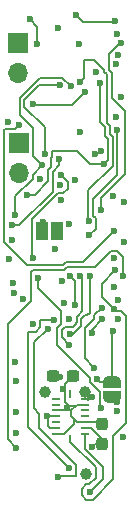
<source format=gbr>
%TF.GenerationSoftware,KiCad,Pcbnew,8.0.0*%
%TF.CreationDate,2025-08-14T01:21:05-07:00*%
%TF.ProjectId,it sure is getting hot in here,69742073-7572-4652-9069-732067657474,rev?*%
%TF.SameCoordinates,Original*%
%TF.FileFunction,Copper,L4,Bot*%
%TF.FilePolarity,Positive*%
%FSLAX46Y46*%
G04 Gerber Fmt 4.6, Leading zero omitted, Abs format (unit mm)*
G04 Created by KiCad (PCBNEW 8.0.0) date 2025-08-14 01:21:05*
%MOMM*%
%LPD*%
G01*
G04 APERTURE LIST*
G04 Aperture macros list*
%AMRoundRect*
0 Rectangle with rounded corners*
0 $1 Rounding radius*
0 $2 $3 $4 $5 $6 $7 $8 $9 X,Y pos of 4 corners*
0 Add a 4 corners polygon primitive as box body*
4,1,4,$2,$3,$4,$5,$6,$7,$8,$9,$2,$3,0*
0 Add four circle primitives for the rounded corners*
1,1,$1+$1,$2,$3*
1,1,$1+$1,$4,$5*
1,1,$1+$1,$6,$7*
1,1,$1+$1,$8,$9*
0 Add four rect primitives between the rounded corners*
20,1,$1+$1,$2,$3,$4,$5,0*
20,1,$1+$1,$4,$5,$6,$7,0*
20,1,$1+$1,$6,$7,$8,$9,0*
20,1,$1+$1,$8,$9,$2,$3,0*%
%AMFreePoly0*
4,1,19,0.000000,0.744911,0.071157,0.744911,0.207708,0.704816,0.327430,0.627875,0.420627,0.520320,0.479746,0.390866,0.500000,0.250000,0.500000,-0.250000,0.479746,-0.390866,0.420627,-0.520320,0.327430,-0.627875,0.207708,-0.704816,0.071157,-0.744911,0.000000,-0.744911,0.000000,-0.750000,-0.500000,-0.750000,-0.500000,0.750000,0.000000,0.750000,0.000000,0.744911,0.000000,0.744911,
$1*%
%AMFreePoly1*
4,1,19,0.500000,-0.750000,0.000000,-0.750000,0.000000,-0.744911,-0.071157,-0.744911,-0.207708,-0.704816,-0.327430,-0.627875,-0.420627,-0.520320,-0.479746,-0.390866,-0.500000,-0.250000,-0.500000,0.250000,-0.479746,0.390866,-0.420627,0.520320,-0.327430,0.627875,-0.207708,0.704816,-0.071157,0.744911,0.000000,0.744911,0.000000,0.750000,0.500000,0.750000,0.500000,-0.750000,0.500000,-0.750000,
$1*%
G04 Aperture macros list end*
%TA.AperFunction,SMDPad,CuDef*%
%ADD10RoundRect,0.237500X-0.237500X0.300000X-0.237500X-0.300000X0.237500X-0.300000X0.237500X0.300000X0*%
%TD*%
%TA.AperFunction,SMDPad,CuDef*%
%ADD11RoundRect,0.237500X0.300000X0.237500X-0.300000X0.237500X-0.300000X-0.237500X0.300000X-0.237500X0*%
%TD*%
%TA.AperFunction,SMDPad,CuDef*%
%ADD12R,0.250000X0.800000*%
%TD*%
%TA.AperFunction,SMDPad,CuDef*%
%ADD13R,0.800000X0.250000*%
%TD*%
%TA.AperFunction,ComponentPad*%
%ADD14R,1.700000X1.700000*%
%TD*%
%TA.AperFunction,ComponentPad*%
%ADD15O,1.700000X1.700000*%
%TD*%
%TA.AperFunction,SMDPad,CuDef*%
%ADD16FreePoly0,270.000000*%
%TD*%
%TA.AperFunction,SMDPad,CuDef*%
%ADD17FreePoly1,270.000000*%
%TD*%
%TA.AperFunction,SMDPad,CuDef*%
%ADD18R,1.000000X1.500000*%
%TD*%
%TA.AperFunction,ViaPad*%
%ADD19C,0.600000*%
%TD*%
%TA.AperFunction,ViaPad*%
%ADD20C,1.000000*%
%TD*%
%TA.AperFunction,Conductor*%
%ADD21C,0.200000*%
%TD*%
G04 APERTURE END LIST*
D10*
%TO.P,C6,1*%
%TO.N,+3V3*%
X8630800Y6956700D03*
%TO.P,C6,2*%
%TO.N,GND*%
X8630800Y5231700D03*
%TD*%
D11*
%TO.P,C5,1*%
%TO.N,+3V3*%
X6205800Y10944200D03*
%TO.P,C5,2*%
%TO.N,GND*%
X4480800Y10944200D03*
%TD*%
D12*
%TO.P,U4,16,INT1*%
%TO.N,unconnected-(U4-INT1-Pad16)*%
X5980800Y9479200D03*
D13*
%TO.P,U4,15,SDO1*%
%TO.N,GND*%
X7180800Y9069200D03*
%TO.P,U4,14,CSB1*%
%TO.N,+3V3*%
X7180800Y8569200D03*
%TO.P,U4,13,INT4*%
%TO.N,unconnected-(U4-INT4-Pad13)*%
X7180800Y8069200D03*
%TO.P,U4,12,INT3*%
%TO.N,unconnected-(U4-INT3-Pad12)*%
X7180800Y7569200D03*
%TO.P,U4,11,VDDIO*%
%TO.N,+3V3*%
X7180800Y7069200D03*
%TO.P,U4,10,SDO2*%
%TO.N,GND*%
X7180800Y6569200D03*
%TO.P,U4,9,SDA/SDI*%
%TO.N,/SDA*%
X7180800Y6069200D03*
D12*
%TO.P,U4,8,SCL/SCK*%
%TO.N,/SCL*%
X5980800Y5659200D03*
D13*
%TO.P,U4,7,PS*%
%TO.N,+3V3*%
X4780800Y6069200D03*
%TO.P,U4,6,GNDIO*%
%TO.N,GND*%
X4780800Y6569200D03*
%TO.P,U4,5,CSB2*%
%TO.N,unconnected-(U4-CSB2-Pad5)*%
X4780800Y7069200D03*
%TO.P,U4,4,GNDA*%
%TO.N,GND*%
X4780800Y7569200D03*
%TO.P,U4,3,VDD*%
%TO.N,+3V3*%
X4780800Y8069200D03*
%TO.P,U4,2,NC*%
%TO.N,unconnected-(U4-NC-Pad2)*%
X4780800Y8569200D03*
%TO.P,U4,1,INT2*%
%TO.N,unconnected-(U4-INT2-Pad1)*%
X4780800Y9069200D03*
%TD*%
D14*
%TO.P,J2,1,Pin_1*%
%TO.N,Net-(J2-Pin_1)*%
X1625600Y30713600D03*
D15*
%TO.P,J2,2,Pin_2*%
%TO.N,Net-(J2-Pin_2)*%
X1625600Y28173600D03*
%TD*%
D14*
%TO.P,J1,1,Pin_1*%
%TO.N,Net-(J1-Pin_1)*%
X1580800Y39219200D03*
D15*
%TO.P,J1,2,Pin_2*%
%TO.N,Net-(J1-Pin_2)*%
X1580800Y36679200D03*
%TD*%
D16*
%TO.P,J6,2,Pin_2*%
%TO.N,/BOOTSEL*%
X9525000Y9205200D03*
D17*
%TO.P,J6,1,Pin_1*%
%TO.N,GND*%
X9525000Y10505200D03*
%TD*%
D18*
%TO.P,J5,1,Pin_1*%
%TO.N,/SWCLK*%
X4866400Y23241000D03*
%TO.P,J5,2,Pin_2*%
%TO.N,/SWD*%
X3566400Y23241000D03*
%TD*%
D19*
%TO.N,/SCL*%
X9654819Y16642634D03*
%TO.N,+3V3*%
X10030800Y15834200D03*
%TO.N,GND*%
X1305800Y12144200D03*
%TO.N,/SDA*%
X1380800Y4894200D03*
X7605800Y1169200D03*
X10455800Y19469200D03*
%TO.N,/SCL*%
X9780607Y19926599D03*
%TO.N,GND*%
X5130800Y10869200D03*
%TO.N,+3V3*%
X5355798Y9869200D03*
%TO.N,GND*%
X4004928Y7614469D03*
X7830800Y4994200D03*
%TO.N,+3V3*%
X5661563Y8306839D03*
%TO.N,/QSPI_SDO*%
X5905800Y14544200D03*
X7605800Y19469200D03*
%TO.N,/QSPI_SCLK*%
X6805800Y19426598D03*
X5855800Y13643824D03*
%TO.N,/QSPI_SD3*%
X6345361Y16958033D03*
X5955798Y19426550D03*
D20*
%TO.N,GND*%
X7180800Y9644200D03*
D19*
X6380248Y27574298D03*
X10240781Y34644144D03*
X8555800Y30056432D03*
D20*
X7305800Y2713244D03*
D19*
X2775420Y15394580D03*
X9855800Y37419200D03*
X800000Y20929600D03*
X4696518Y21725689D03*
X9990876Y17452373D03*
X8136431Y36729580D03*
X8082700Y29744200D03*
X8243600Y10744200D03*
X6718300Y39119200D03*
X9661074Y20970735D03*
X1244600Y18034000D03*
X1380800Y6119200D03*
X9555800Y14819200D03*
X5105800Y27124600D03*
X7820000Y9215796D03*
X4955800Y40419200D03*
X9930000Y7994200D03*
X10480800Y25719200D03*
X5860842Y15794200D03*
X1380800Y7969200D03*
X6782700Y31623000D03*
%TO.N,+3V3*%
X1118099Y18834138D03*
X10452920Y5822080D03*
X684001Y32513600D03*
X10480800Y22344200D03*
X9930800Y39919200D03*
X9805800Y32894200D03*
X1019247Y22527792D03*
X5208584Y25860239D03*
X3425343Y27678959D03*
X10036099Y38201961D03*
X1380800Y10569000D03*
X9639250Y18533410D03*
D20*
X3830800Y9669200D03*
D19*
X2005800Y17544200D03*
X5415745Y17151600D03*
X9610063Y26213537D03*
%TO.N,+1V1*%
X5866402Y23869200D03*
X5264144Y19023068D03*
%TO.N,/BATT SENSE *%
X8577184Y8315025D03*
X3255800Y19269200D03*
%TO.N,/USB_D+*%
X4560842Y15686511D03*
X5880800Y3169200D03*
%TO.N,/USB_D-*%
X4955800Y2444200D03*
X4062769Y14997723D03*
%TO.N,/SWD*%
X3680800Y24044200D03*
%TO.N,/SWCLK*%
X4866400Y23626602D03*
%TO.N,/BOOTSEL*%
X9926845Y8799116D03*
%TO.N,/QSPI_SS*%
X8005800Y11694200D03*
X8632263Y16755547D03*
%TO.N,/LEDINDICATION*%
X1630800Y32219200D03*
X9680796Y23219200D03*
%TO.N,/MAX_CS*%
X5180800Y27958845D03*
X2788449Y20996976D03*
%TO.N,Net-(U3-ISENSOR)*%
X6430800Y41519200D03*
X9740035Y41015077D03*
%TO.N,/SCLK*%
X5987579Y35545956D03*
X1261995Y24627025D03*
X3551925Y28819037D03*
%TO.N,/DRDY*%
X7580800Y22894200D03*
X9955800Y31769200D03*
%TO.N,/QSPI_SD1*%
X8660147Y15770722D03*
X7805800Y14619200D03*
%TO.N,/MISO*%
X8809123Y28900535D03*
X8464569Y35825609D03*
X2334246Y26336661D03*
%TO.N,/MOSI*%
X1008865Y23741202D03*
X5068880Y35606700D03*
X3805800Y29794200D03*
X5030800Y29319200D03*
%TO.N,Net-(J1-Pin_2)*%
X3180800Y39069200D03*
X2580800Y41169200D03*
%TO.N,Net-(U1-BIAS)*%
X2816351Y34018280D03*
X7230800Y35069200D03*
%TO.N,/MAX2_CS*%
X7530800Y24094200D03*
X6749862Y35841006D03*
%TO.N,/DRDY2*%
X8580800Y25044200D03*
X10241819Y39179199D03*
%TD*%
D21*
%TO.N,/SCL*%
X8105800Y3259200D02*
X5980800Y5384200D01*
X5980800Y5384200D02*
X5980800Y5659200D01*
X8105800Y2334885D02*
X8105800Y3259200D01*
X7590115Y1819200D02*
X8105800Y2334885D01*
X7336561Y1819200D02*
X7590115Y1819200D01*
X6955800Y1438439D02*
X7336561Y1819200D01*
X6955800Y899961D02*
X6955800Y1438439D01*
X7336561Y519200D02*
X6955800Y899961D01*
X7875039Y519200D02*
X7336561Y519200D01*
X9605800Y2249961D02*
X7875039Y519200D01*
X9605800Y5895800D02*
X9605800Y2249961D01*
X10680800Y16103439D02*
X10680800Y6970800D01*
X9822849Y16484200D02*
X10300039Y16484200D01*
X8655800Y17651249D02*
X9822849Y16484200D01*
X10300039Y16484200D02*
X10680800Y16103439D01*
X9780607Y19926599D02*
X8655800Y18801792D01*
X8655800Y18801792D02*
X8655800Y17651249D01*
X10680800Y6970800D02*
X9605800Y5895800D01*
%TO.N,/QSPI_SS*%
X8005800Y15819200D02*
X8005800Y16129084D01*
X7205800Y15019200D02*
X8005800Y15819200D01*
X7205800Y12494200D02*
X7205800Y15019200D01*
X8005800Y11694200D02*
X7205800Y12494200D01*
X8005800Y16129084D02*
X8632263Y16755547D01*
%TO.N,/QSPI_SD1*%
X7805800Y14916375D02*
X7805800Y14619200D01*
X8660147Y15770722D02*
X7805800Y14916375D01*
%TO.N,GND*%
X4004928Y7614469D02*
X4080800Y7538597D01*
X4080800Y7538597D02*
X4080800Y7244200D01*
%TO.N,/SDA*%
X655800Y5619200D02*
X1380800Y4894200D01*
X655800Y15345671D02*
X655800Y5619200D01*
X2655800Y17345671D02*
X655800Y15345671D01*
X2655800Y19769200D02*
X2655800Y17345671D01*
X5730800Y20194200D02*
X5455800Y19919200D01*
X2805800Y19919200D02*
X2655800Y19769200D01*
X5455800Y19919200D02*
X2805800Y19919200D01*
X8036010Y20194200D02*
X5730800Y20194200D01*
X9412545Y21570735D02*
X8036010Y20194200D01*
X9909603Y21570735D02*
X9412545Y21570735D01*
X10455800Y21024538D02*
X9909603Y21570735D01*
X10455800Y19469200D02*
X10455800Y21024538D01*
%TO.N,/BATT SENSE *%
X3255800Y18463016D02*
X3255800Y19269200D01*
X5210842Y16507974D02*
X3255800Y18463016D01*
X5210842Y15417272D02*
X5210842Y16507974D01*
X4855800Y15062230D02*
X5210842Y15417272D01*
X4855800Y13598422D02*
X4855800Y15062230D01*
X7643600Y10810622D02*
X4855800Y13598422D01*
X8455800Y8436409D02*
X8455800Y9669200D01*
X8577184Y8315025D02*
X8455800Y8436409D01*
X7643600Y10481400D02*
X7643600Y10810622D01*
X8455800Y9669200D02*
X7643600Y10481400D01*
%TO.N,/LEDINDICATION*%
X7055796Y20594200D02*
X9680796Y23219200D01*
X5565114Y20594200D02*
X7055796Y20594200D01*
X2296485Y20394200D02*
X5365114Y20394200D01*
X475600Y31863600D02*
X380800Y31768800D01*
X5365114Y20394200D02*
X5565114Y20594200D01*
X1630800Y32219200D02*
X1275200Y31863600D01*
X380800Y22309885D02*
X2296485Y20394200D01*
X1275200Y31863600D02*
X475600Y31863600D01*
X380800Y31768800D02*
X380800Y22309885D01*
%TO.N,/MAX_CS*%
X2705800Y21079625D02*
X2788449Y20996976D01*
X2705800Y24262829D02*
X2705800Y21079625D01*
X4917571Y26474600D02*
X2705800Y24262829D01*
X5755800Y26855361D02*
X5375039Y26474600D01*
X5755800Y27383845D02*
X5755800Y26855361D01*
%TO.N,/QSPI_SDO*%
X6190724Y14544200D02*
X5905800Y14544200D01*
X6853792Y15207267D02*
X6190724Y14544200D01*
X6910842Y15359275D02*
X6853792Y15302226D01*
X6910842Y15799093D02*
X6910842Y15359275D01*
X7375089Y16122804D02*
X7234553Y16122804D01*
X7605800Y16353515D02*
X7375089Y16122804D01*
X7605800Y19469200D02*
X7605800Y16353515D01*
%TO.N,/QSPI_SCLK*%
X5255800Y14243824D02*
X5855800Y13643824D01*
X5255800Y14869568D02*
X5255800Y14243824D01*
X5530432Y15144200D02*
X5255800Y14869568D01*
X6453792Y15372953D02*
X6225039Y15144200D01*
X6453792Y15467911D02*
X6453792Y15372953D01*
X6510842Y15524961D02*
X6453792Y15467911D01*
X6605800Y16059737D02*
X6510842Y15964778D01*
X6605800Y16088439D02*
X6605800Y16059737D01*
X6995361Y16478000D02*
X6605800Y16088439D01*
X6995361Y19237037D02*
X6995361Y16478000D01*
X6510842Y15964778D02*
X6510842Y15524961D01*
%TO.N,/USB_D+*%
X4528153Y15719200D02*
X4560842Y15686511D01*
X3044659Y14744580D02*
X3425420Y15125341D01*
X2380800Y6669200D02*
X2380800Y14663439D01*
%TO.N,/USB_D-*%
X2905800Y13840754D02*
X4062769Y14997723D01*
%TO.N,/USB_D+*%
X5880800Y3169200D02*
X2380800Y6669200D01*
%TO.N,/USB_D-*%
X2905800Y8242429D02*
X2905800Y13840754D01*
X3354990Y6545010D02*
X3354990Y7793239D01*
%TO.N,/USB_D+*%
X2506181Y14744580D02*
X3044659Y14744580D01*
%TO.N,/USB_D-*%
X6480800Y3419200D02*
X3354990Y6545010D01*
X5155800Y2544200D02*
X6455800Y2544200D01*
%TO.N,/QSPI_SDO*%
X7234553Y16122804D02*
X6910842Y15799093D01*
%TO.N,/USB_D+*%
X3425420Y15663819D02*
X3403300Y15685939D01*
X2380800Y14663439D02*
X2484061Y14766700D01*
X3403300Y15685939D02*
X3436561Y15719200D01*
X2484061Y14766700D02*
X2506181Y14744580D01*
X3425420Y15125341D02*
X3425420Y15663819D01*
%TO.N,/QSPI_SDO*%
X6853792Y15302226D02*
X6853792Y15207267D01*
%TO.N,/MAX_CS*%
X5375039Y26474600D02*
X4917571Y26474600D01*
%TO.N,/USB_D+*%
X3436561Y15719200D02*
X4528153Y15719200D01*
%TO.N,/USB_D-*%
X6480800Y2569200D02*
X6480800Y3419200D01*
%TO.N,/QSPI_SCLK*%
X6805800Y19426598D02*
X6995361Y19237037D01*
%TO.N,/USB_D-*%
X3354990Y7793239D02*
X2905800Y8242429D01*
%TO.N,/QSPI_SCLK*%
X6225039Y15144200D02*
X5530432Y15144200D01*
%TO.N,/USB_D-*%
X6455800Y2544200D02*
X6480800Y2569200D01*
%TO.N,/MAX_CS*%
X5180800Y27958845D02*
X5755800Y27383845D01*
%TO.N,/SDA*%
X8705800Y2269200D02*
X7605800Y1169200D01*
X8705800Y3270671D02*
X8705800Y2269200D01*
X7180800Y6069200D02*
X7180800Y4795671D01*
X7180800Y4795671D02*
X8705800Y3270671D01*
%TO.N,GND*%
X8068300Y5231700D02*
X7830800Y4994200D01*
X8630800Y5231700D02*
X8068300Y5231700D01*
X5055800Y10944200D02*
X5130800Y10869200D01*
X4480800Y10944200D02*
X5055800Y10944200D01*
%TO.N,+3V3*%
X5480798Y9994200D02*
X5355798Y9869200D01*
X5555800Y9994200D02*
X5480798Y9994200D01*
X5555800Y9994200D02*
X5555800Y10294200D01*
X5555800Y8779200D02*
X5555800Y9994200D01*
X5878300Y8456700D02*
X5555800Y8779200D01*
X5555800Y10294200D02*
X6205800Y10944200D01*
X6443300Y8456700D02*
X6555800Y8569200D01*
X6055800Y8069200D02*
X6443300Y8456700D01*
X6443300Y8456700D02*
X5878300Y8456700D01*
%TO.N,GND*%
X8630800Y5652478D02*
X8630800Y5231700D01*
X7180800Y6569200D02*
X7714078Y6569200D01*
X7714078Y6569200D02*
X8630800Y5652478D01*
X4080800Y7244200D02*
X4080800Y6769200D01*
X4080800Y7494200D02*
X4080800Y7244200D01*
X4280800Y6569200D02*
X4780800Y6569200D01*
X4080800Y6769200D02*
X4280800Y6569200D01*
X4155800Y7569200D02*
X4080800Y7494200D01*
X4780800Y7569200D02*
X4155800Y7569200D01*
%TO.N,+3V3*%
X4780800Y6069200D02*
X5405800Y6069200D01*
X5405800Y6069200D02*
X6293300Y6956700D01*
X6293300Y7331700D02*
X6055800Y7569200D01*
X6293300Y6956700D02*
X6293300Y7331700D01*
X6555800Y7069200D02*
X6293300Y7331700D01*
X8518300Y7069200D02*
X7180800Y7069200D01*
X8630800Y6956700D02*
X8518300Y7069200D01*
X5530800Y8069200D02*
X5530800Y8176076D01*
X5530800Y8069200D02*
X6055800Y8069200D01*
X5530800Y8176076D02*
X5661563Y8306839D01*
X4780800Y8069200D02*
X5530800Y8069200D01*
X6055800Y7569200D02*
X6055800Y8069200D01*
X7180800Y7069200D02*
X6555800Y7069200D01*
X6555800Y8569200D02*
X7180800Y8569200D01*
%TO.N,GND*%
X7455800Y9369200D02*
X7180800Y9644200D01*
X7455800Y8969200D02*
X7455800Y9369200D01*
%TO.N,/MOSI*%
X3354822Y35606700D02*
X5068880Y35606700D01*
X3805800Y32067486D02*
X2079943Y33793343D01*
X3805800Y29794200D02*
X3805800Y32067486D01*
X2079943Y33793343D02*
X2079943Y34331821D01*
X2079943Y34331821D02*
X3354822Y35606700D01*
%TO.N,/MAX2_CS*%
X9555800Y31249961D02*
X9330800Y31474961D01*
X7530800Y24094200D02*
X7480800Y24144200D01*
X9555800Y28784886D02*
X9555800Y31249961D01*
X7480800Y26709886D02*
X9555800Y28784886D01*
X7480800Y24144200D02*
X7480800Y26709886D01*
X9330800Y31474961D02*
X9330800Y32169200D01*
X9330800Y32169200D02*
X9080800Y32419200D01*
X9080800Y32419200D02*
X9080800Y36528514D01*
X9080800Y36528514D02*
X8855800Y36753515D01*
X8855800Y36753515D02*
X8855800Y36869200D01*
X8855800Y36869200D02*
X8005800Y37719200D01*
X7105800Y37719200D02*
X7105800Y36196944D01*
X8005800Y37719200D02*
X7105800Y37719200D01*
X7105800Y36196944D02*
X6749862Y35841006D01*
%TO.N,/DRDY2*%
X10241819Y39179199D02*
X10164808Y39179199D01*
X10164808Y39179199D02*
X9255800Y38270191D01*
X9255800Y38270191D02*
X9255800Y36919200D01*
X9255800Y36919200D02*
X9530800Y36644200D01*
X8580800Y26053514D02*
X8580800Y25044200D01*
X9530800Y36644200D02*
X9530800Y34484885D01*
X9530800Y34484885D02*
X10605800Y33409885D01*
X10605800Y33409885D02*
X10605800Y28078514D01*
X10605800Y28078514D02*
X8580800Y26053514D01*
%TO.N,/MISO*%
X8464569Y35825609D02*
X8464569Y32469745D01*
X8464569Y32469745D02*
X8905800Y32028514D01*
X9155800Y31084275D02*
X9155800Y29247212D01*
X8905800Y32028514D02*
X8905800Y31334276D01*
X8905800Y31334276D02*
X9155800Y31084275D01*
X9155800Y29247212D02*
X8809123Y28900535D01*
%TO.N,Net-(U1-BIAS)*%
X6098325Y33936725D02*
X7230800Y35069200D01*
X2816351Y34018280D02*
X2897906Y33936725D01*
X2897906Y33936725D02*
X6098325Y33936725D01*
%TO.N,/SCLK*%
X3551925Y28819037D02*
X2775600Y29595362D01*
X5289335Y36244200D02*
X5987579Y35545956D01*
X2775600Y29595362D02*
X2775600Y32018639D01*
X2775600Y32018639D02*
X1679943Y33114296D01*
X1679943Y33114296D02*
X1679943Y34538268D01*
X3385875Y36244200D02*
X5289335Y36244200D01*
X1679943Y34538268D02*
X3385875Y36244200D01*
%TO.N,/MISO*%
X8809123Y28900535D02*
X7624465Y28900535D01*
X7624465Y28900535D02*
X6530800Y29994200D01*
X4068553Y28421167D02*
X4068553Y27466268D01*
X6530800Y29994200D02*
X4455800Y29994200D01*
X4455800Y29994200D02*
X4455800Y29524961D01*
X4455800Y29524961D02*
X4355800Y29424961D01*
X4355800Y28708415D02*
X4068553Y28421167D01*
X4355800Y29424961D02*
X4355800Y28708415D01*
X4068553Y27466268D02*
X2938946Y26336661D01*
X2938946Y26336661D02*
X2334246Y26336661D01*
%TO.N,/QSPI_SD3*%
X6345361Y19036987D02*
X5955798Y19426550D01*
X6345361Y16958033D02*
X6345361Y19036987D01*
%TO.N,/SCLK*%
X1261995Y26183649D02*
X1261995Y24627025D01*
X2775600Y27697254D02*
X1261995Y26183649D01*
X2775600Y28042712D02*
X2775600Y27697254D01*
X3551925Y28819037D02*
X2775600Y28042712D01*
%TO.N,GND*%
X8482600Y10505200D02*
X8243600Y10744200D01*
X9525000Y10505200D02*
X9525000Y14788400D01*
X9525000Y14788400D02*
X9555800Y14819200D01*
X9525000Y10505200D02*
X8482600Y10505200D01*
%TO.N,Net-(U3-ISENSOR)*%
X7030800Y40919200D02*
X9644158Y40919200D01*
X6430800Y41519200D02*
X7030800Y40919200D01*
X9644158Y40919200D02*
X9740035Y41015077D01*
%TO.N,/DRDY*%
X9955800Y31769200D02*
X9955800Y27994200D01*
X7930800Y24542729D02*
X8130800Y24342729D01*
X8130800Y24342729D02*
X8130800Y23444200D01*
X9955800Y27994200D02*
X7930800Y25969200D01*
X7930800Y25969200D02*
X7930800Y24542729D01*
X8130800Y23444200D02*
X7580800Y22894200D01*
%TO.N,/MOSI*%
X5030800Y28817729D02*
X5030800Y29319200D01*
X4468553Y28255482D02*
X5030800Y28817729D01*
X1618488Y23741202D02*
X4468553Y26591267D01*
X1008865Y23741202D02*
X1618488Y23741202D01*
X4468553Y26591267D02*
X4468553Y28255482D01*
%TO.N,Net-(J1-Pin_2)*%
X3180800Y39069200D02*
X3180800Y40569200D01*
X3180800Y40569200D02*
X2580800Y41169200D01*
%TD*%
M02*

</source>
